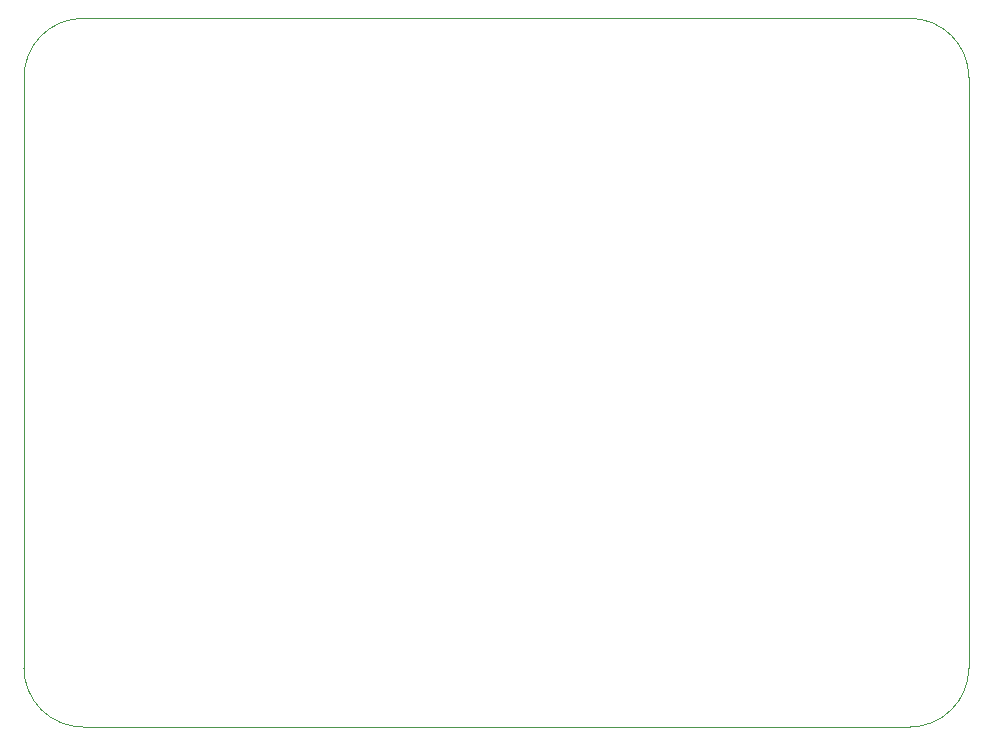
<source format=gm1>
G04 #@! TF.GenerationSoftware,KiCad,Pcbnew,9.0.0*
G04 #@! TF.CreationDate,2025-04-19T00:24:36-05:00*
G04 #@! TF.ProjectId,Charging_PCB,43686172-6769-46e6-975f-5043422e6b69,rev?*
G04 #@! TF.SameCoordinates,Original*
G04 #@! TF.FileFunction,Profile,NP*
%FSLAX46Y46*%
G04 Gerber Fmt 4.6, Leading zero omitted, Abs format (unit mm)*
G04 Created by KiCad (PCBNEW 9.0.0) date 2025-04-19 00:24:36*
%MOMM*%
%LPD*%
G01*
G04 APERTURE LIST*
G04 #@! TA.AperFunction,Profile*
%ADD10C,0.050000*%
G04 #@! TD*
G04 APERTURE END LIST*
D10*
X182000000Y-74500000D02*
G75*
G02*
X187000000Y-79500000I0J-5000000D01*
G01*
X187000000Y-129500000D02*
G75*
G02*
X182000000Y-134500000I-5000000J0D01*
G01*
X112000000Y-134500000D02*
G75*
G02*
X107000000Y-129500000I0J5000000D01*
G01*
X107000000Y-79500000D02*
G75*
G02*
X112000000Y-74500000I5000000J0D01*
G01*
X182000000Y-74500000D02*
X112000000Y-74500000D01*
X187000000Y-129500000D02*
X187000000Y-79500000D01*
X112000000Y-134500000D02*
X182000000Y-134500000D01*
X107000000Y-79500000D02*
X107000000Y-129500000D01*
M02*

</source>
